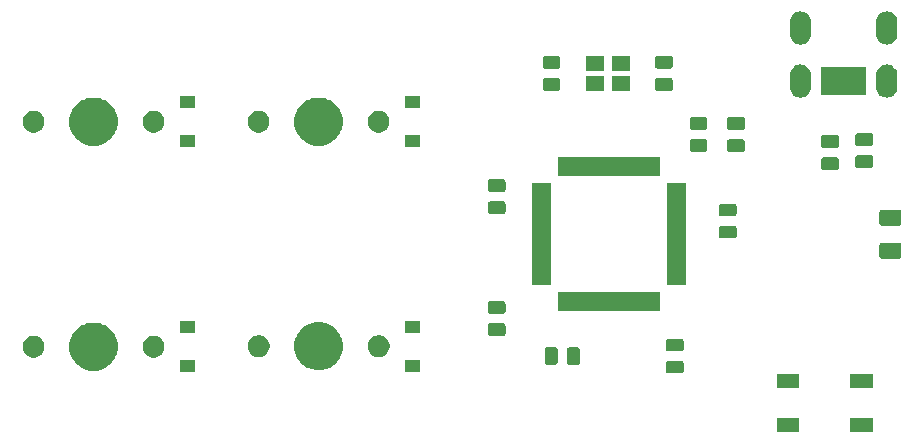
<source format=gts>
G04 #@! TF.GenerationSoftware,KiCad,Pcbnew,(5.1.4)-1*
G04 #@! TF.CreationDate,2022-05-24T18:09:22-07:00*
G04 #@! TF.ProjectId,pcb-keyb-tut,7063622d-6b65-4796-922d-7475742e6b69,rev?*
G04 #@! TF.SameCoordinates,Original*
G04 #@! TF.FileFunction,Soldermask,Top*
G04 #@! TF.FilePolarity,Negative*
%FSLAX46Y46*%
G04 Gerber Fmt 4.6, Leading zero omitted, Abs format (unit mm)*
G04 Created by KiCad (PCBNEW (5.1.4)-1) date 2022-05-24 18:09:22*
%MOMM*%
%LPD*%
G04 APERTURE LIST*
%ADD10C,0.100000*%
G04 APERTURE END LIST*
D10*
G36*
X133432250Y-149294750D02*
G01*
X131530250Y-149294750D01*
X131530250Y-148092750D01*
X133432250Y-148092750D01*
X133432250Y-149294750D01*
X133432250Y-149294750D01*
G37*
G36*
X127232250Y-149294750D02*
G01*
X125330250Y-149294750D01*
X125330250Y-148092750D01*
X127232250Y-148092750D01*
X127232250Y-149294750D01*
X127232250Y-149294750D01*
G37*
G36*
X127232250Y-145594750D02*
G01*
X125330250Y-145594750D01*
X125330250Y-144392750D01*
X127232250Y-144392750D01*
X127232250Y-145594750D01*
X127232250Y-145594750D01*
G37*
G36*
X133432250Y-145594750D02*
G01*
X131530250Y-145594750D01*
X131530250Y-144392750D01*
X133432250Y-144392750D01*
X133432250Y-145594750D01*
X133432250Y-145594750D01*
G37*
G36*
X117265718Y-143278565D02*
G01*
X117304388Y-143290296D01*
X117340027Y-143309346D01*
X117371267Y-143334983D01*
X117396904Y-143366223D01*
X117415954Y-143401862D01*
X117427685Y-143440532D01*
X117432250Y-143486888D01*
X117432250Y-144138112D01*
X117427685Y-144184468D01*
X117415954Y-144223138D01*
X117396904Y-144258777D01*
X117371267Y-144290017D01*
X117340027Y-144315654D01*
X117304388Y-144334704D01*
X117265718Y-144346435D01*
X117219362Y-144351000D01*
X116143138Y-144351000D01*
X116096782Y-144346435D01*
X116058112Y-144334704D01*
X116022473Y-144315654D01*
X115991233Y-144290017D01*
X115965596Y-144258777D01*
X115946546Y-144223138D01*
X115934815Y-144184468D01*
X115930250Y-144138112D01*
X115930250Y-143486888D01*
X115934815Y-143440532D01*
X115946546Y-143401862D01*
X115965596Y-143366223D01*
X115991233Y-143334983D01*
X116022473Y-143309346D01*
X116058112Y-143290296D01*
X116096782Y-143278565D01*
X116143138Y-143274000D01*
X117219362Y-143274000D01*
X117265718Y-143278565D01*
X117265718Y-143278565D01*
G37*
G36*
X76057250Y-144232250D02*
G01*
X74755250Y-144232250D01*
X74755250Y-143230250D01*
X76057250Y-143230250D01*
X76057250Y-144232250D01*
X76057250Y-144232250D01*
G37*
G36*
X95107250Y-144232250D02*
G01*
X93805250Y-144232250D01*
X93805250Y-143230250D01*
X95107250Y-143230250D01*
X95107250Y-144232250D01*
X95107250Y-144232250D01*
G37*
G36*
X68065224Y-140114934D02*
G01*
X68283224Y-140205233D01*
X68437373Y-140269083D01*
X68772298Y-140492873D01*
X69057127Y-140777702D01*
X69280917Y-141112627D01*
X69313312Y-141190836D01*
X69435066Y-141484776D01*
X69513650Y-141879844D01*
X69513650Y-142282656D01*
X69435066Y-142677724D01*
X69384201Y-142800522D01*
X69280917Y-143049873D01*
X69057127Y-143384798D01*
X68772298Y-143669627D01*
X68437373Y-143893417D01*
X68283224Y-143957267D01*
X68065224Y-144047566D01*
X67670156Y-144126150D01*
X67267344Y-144126150D01*
X66872276Y-144047566D01*
X66654276Y-143957267D01*
X66500127Y-143893417D01*
X66165202Y-143669627D01*
X65880373Y-143384798D01*
X65656583Y-143049873D01*
X65553299Y-142800522D01*
X65502434Y-142677724D01*
X65423850Y-142282656D01*
X65423850Y-141879844D01*
X65502434Y-141484776D01*
X65624188Y-141190836D01*
X65656583Y-141112627D01*
X65880373Y-140777702D01*
X66165202Y-140492873D01*
X66500127Y-140269083D01*
X66654276Y-140205233D01*
X66872276Y-140114934D01*
X67267344Y-140036350D01*
X67670156Y-140036350D01*
X68065224Y-140114934D01*
X68065224Y-140114934D01*
G37*
G36*
X87123474Y-140074684D02*
G01*
X87329404Y-140159983D01*
X87495623Y-140228833D01*
X87830548Y-140452623D01*
X88115377Y-140737452D01*
X88339167Y-141072377D01*
X88375339Y-141159704D01*
X88493316Y-141444526D01*
X88571900Y-141839594D01*
X88571900Y-142242406D01*
X88493316Y-142637474D01*
X88425779Y-142800522D01*
X88339167Y-143009623D01*
X88115377Y-143344548D01*
X87830548Y-143629377D01*
X87495623Y-143853167D01*
X87398450Y-143893417D01*
X87123474Y-144007316D01*
X86728406Y-144085900D01*
X86325594Y-144085900D01*
X85930526Y-144007316D01*
X85655550Y-143893417D01*
X85558377Y-143853167D01*
X85223452Y-143629377D01*
X84938623Y-143344548D01*
X84714833Y-143009623D01*
X84628221Y-142800522D01*
X84560684Y-142637474D01*
X84482100Y-142242406D01*
X84482100Y-141839594D01*
X84560684Y-141444526D01*
X84678661Y-141159704D01*
X84714833Y-141072377D01*
X84938623Y-140737452D01*
X85223452Y-140452623D01*
X85558377Y-140228833D01*
X85724596Y-140159983D01*
X85930526Y-140074684D01*
X86325594Y-139996100D01*
X86728406Y-139996100D01*
X87123474Y-140074684D01*
X87123474Y-140074684D01*
G37*
G36*
X106590718Y-142128565D02*
G01*
X106629388Y-142140296D01*
X106665027Y-142159346D01*
X106696267Y-142184983D01*
X106721904Y-142216223D01*
X106740954Y-142251862D01*
X106752685Y-142290532D01*
X106757250Y-142336888D01*
X106757250Y-143413112D01*
X106752685Y-143459468D01*
X106740954Y-143498138D01*
X106721904Y-143533777D01*
X106696267Y-143565017D01*
X106665027Y-143590654D01*
X106629388Y-143609704D01*
X106590718Y-143621435D01*
X106544362Y-143626000D01*
X105893138Y-143626000D01*
X105846782Y-143621435D01*
X105808112Y-143609704D01*
X105772473Y-143590654D01*
X105741233Y-143565017D01*
X105715596Y-143533777D01*
X105696546Y-143498138D01*
X105684815Y-143459468D01*
X105680250Y-143413112D01*
X105680250Y-142336888D01*
X105684815Y-142290532D01*
X105696546Y-142251862D01*
X105715596Y-142216223D01*
X105741233Y-142184983D01*
X105772473Y-142159346D01*
X105808112Y-142140296D01*
X105846782Y-142128565D01*
X105893138Y-142124000D01*
X106544362Y-142124000D01*
X106590718Y-142128565D01*
X106590718Y-142128565D01*
G37*
G36*
X108465718Y-142128565D02*
G01*
X108504388Y-142140296D01*
X108540027Y-142159346D01*
X108571267Y-142184983D01*
X108596904Y-142216223D01*
X108615954Y-142251862D01*
X108627685Y-142290532D01*
X108632250Y-142336888D01*
X108632250Y-143413112D01*
X108627685Y-143459468D01*
X108615954Y-143498138D01*
X108596904Y-143533777D01*
X108571267Y-143565017D01*
X108540027Y-143590654D01*
X108504388Y-143609704D01*
X108465718Y-143621435D01*
X108419362Y-143626000D01*
X107768138Y-143626000D01*
X107721782Y-143621435D01*
X107683112Y-143609704D01*
X107647473Y-143590654D01*
X107616233Y-143565017D01*
X107590596Y-143533777D01*
X107571546Y-143498138D01*
X107559815Y-143459468D01*
X107555250Y-143413112D01*
X107555250Y-142336888D01*
X107559815Y-142290532D01*
X107571546Y-142251862D01*
X107590596Y-142216223D01*
X107616233Y-142184983D01*
X107647473Y-142159346D01*
X107683112Y-142140296D01*
X107721782Y-142128565D01*
X107768138Y-142124000D01*
X108419362Y-142124000D01*
X108465718Y-142128565D01*
X108465718Y-142128565D01*
G37*
G36*
X72818854Y-141190835D02*
G01*
X72987376Y-141260639D01*
X73139041Y-141361978D01*
X73268022Y-141490959D01*
X73369361Y-141642624D01*
X73439165Y-141811146D01*
X73474750Y-141990047D01*
X73474750Y-142172453D01*
X73439165Y-142351354D01*
X73369361Y-142519876D01*
X73268022Y-142671541D01*
X73139041Y-142800522D01*
X72987376Y-142901861D01*
X72818854Y-142971665D01*
X72639953Y-143007250D01*
X72457547Y-143007250D01*
X72278646Y-142971665D01*
X72110124Y-142901861D01*
X71958459Y-142800522D01*
X71829478Y-142671541D01*
X71728139Y-142519876D01*
X71658335Y-142351354D01*
X71622750Y-142172453D01*
X71622750Y-141990047D01*
X71658335Y-141811146D01*
X71728139Y-141642624D01*
X71829478Y-141490959D01*
X71958459Y-141361978D01*
X72110124Y-141260639D01*
X72278646Y-141190835D01*
X72457547Y-141155250D01*
X72639953Y-141155250D01*
X72818854Y-141190835D01*
X72818854Y-141190835D01*
G37*
G36*
X62658854Y-141190835D02*
G01*
X62827376Y-141260639D01*
X62979041Y-141361978D01*
X63108022Y-141490959D01*
X63209361Y-141642624D01*
X63279165Y-141811146D01*
X63314750Y-141990047D01*
X63314750Y-142172453D01*
X63279165Y-142351354D01*
X63209361Y-142519876D01*
X63108022Y-142671541D01*
X62979041Y-142800522D01*
X62827376Y-142901861D01*
X62658854Y-142971665D01*
X62479953Y-143007250D01*
X62297547Y-143007250D01*
X62118646Y-142971665D01*
X61950124Y-142901861D01*
X61798459Y-142800522D01*
X61669478Y-142671541D01*
X61568139Y-142519876D01*
X61498335Y-142351354D01*
X61462750Y-142172453D01*
X61462750Y-141990047D01*
X61498335Y-141811146D01*
X61568139Y-141642624D01*
X61669478Y-141490959D01*
X61798459Y-141361978D01*
X61950124Y-141260639D01*
X62118646Y-141190835D01*
X62297547Y-141155250D01*
X62479953Y-141155250D01*
X62658854Y-141190835D01*
X62658854Y-141190835D01*
G37*
G36*
X91877104Y-141150585D02*
G01*
X92045626Y-141220389D01*
X92197291Y-141321728D01*
X92326272Y-141450709D01*
X92427611Y-141602374D01*
X92497415Y-141770896D01*
X92533000Y-141949797D01*
X92533000Y-142132203D01*
X92497415Y-142311104D01*
X92427611Y-142479626D01*
X92326272Y-142631291D01*
X92197291Y-142760272D01*
X92045626Y-142861611D01*
X91877104Y-142931415D01*
X91698203Y-142967000D01*
X91515797Y-142967000D01*
X91336896Y-142931415D01*
X91168374Y-142861611D01*
X91016709Y-142760272D01*
X90887728Y-142631291D01*
X90786389Y-142479626D01*
X90716585Y-142311104D01*
X90681000Y-142132203D01*
X90681000Y-141949797D01*
X90716585Y-141770896D01*
X90786389Y-141602374D01*
X90887728Y-141450709D01*
X91016709Y-141321728D01*
X91168374Y-141220389D01*
X91336896Y-141150585D01*
X91515797Y-141115000D01*
X91698203Y-141115000D01*
X91877104Y-141150585D01*
X91877104Y-141150585D01*
G37*
G36*
X81717104Y-141150585D02*
G01*
X81885626Y-141220389D01*
X82037291Y-141321728D01*
X82166272Y-141450709D01*
X82267611Y-141602374D01*
X82337415Y-141770896D01*
X82373000Y-141949797D01*
X82373000Y-142132203D01*
X82337415Y-142311104D01*
X82267611Y-142479626D01*
X82166272Y-142631291D01*
X82037291Y-142760272D01*
X81885626Y-142861611D01*
X81717104Y-142931415D01*
X81538203Y-142967000D01*
X81355797Y-142967000D01*
X81176896Y-142931415D01*
X81008374Y-142861611D01*
X80856709Y-142760272D01*
X80727728Y-142631291D01*
X80626389Y-142479626D01*
X80556585Y-142311104D01*
X80521000Y-142132203D01*
X80521000Y-141949797D01*
X80556585Y-141770896D01*
X80626389Y-141602374D01*
X80727728Y-141450709D01*
X80856709Y-141321728D01*
X81008374Y-141220389D01*
X81176896Y-141150585D01*
X81355797Y-141115000D01*
X81538203Y-141115000D01*
X81717104Y-141150585D01*
X81717104Y-141150585D01*
G37*
G36*
X117265718Y-141403565D02*
G01*
X117304388Y-141415296D01*
X117340027Y-141434346D01*
X117371267Y-141459983D01*
X117396904Y-141491223D01*
X117415954Y-141526862D01*
X117427685Y-141565532D01*
X117432250Y-141611888D01*
X117432250Y-142263112D01*
X117427685Y-142309468D01*
X117415954Y-142348138D01*
X117396904Y-142383777D01*
X117371267Y-142415017D01*
X117340027Y-142440654D01*
X117304388Y-142459704D01*
X117265718Y-142471435D01*
X117219362Y-142476000D01*
X116143138Y-142476000D01*
X116096782Y-142471435D01*
X116058112Y-142459704D01*
X116022473Y-142440654D01*
X115991233Y-142415017D01*
X115965596Y-142383777D01*
X115946546Y-142348138D01*
X115934815Y-142309468D01*
X115930250Y-142263112D01*
X115930250Y-141611888D01*
X115934815Y-141565532D01*
X115946546Y-141526862D01*
X115965596Y-141491223D01*
X115991233Y-141459983D01*
X116022473Y-141434346D01*
X116058112Y-141415296D01*
X116096782Y-141403565D01*
X116143138Y-141399000D01*
X117219362Y-141399000D01*
X117265718Y-141403565D01*
X117265718Y-141403565D01*
G37*
G36*
X102184468Y-140103565D02*
G01*
X102223138Y-140115296D01*
X102258777Y-140134346D01*
X102290017Y-140159983D01*
X102315654Y-140191223D01*
X102334704Y-140226862D01*
X102346435Y-140265532D01*
X102351000Y-140311888D01*
X102351000Y-140963112D01*
X102346435Y-141009468D01*
X102334704Y-141048138D01*
X102315654Y-141083777D01*
X102290017Y-141115017D01*
X102258777Y-141140654D01*
X102223138Y-141159704D01*
X102184468Y-141171435D01*
X102138112Y-141176000D01*
X101061888Y-141176000D01*
X101015532Y-141171435D01*
X100976862Y-141159704D01*
X100941223Y-141140654D01*
X100909983Y-141115017D01*
X100884346Y-141083777D01*
X100865296Y-141048138D01*
X100853565Y-141009468D01*
X100849000Y-140963112D01*
X100849000Y-140311888D01*
X100853565Y-140265532D01*
X100865296Y-140226862D01*
X100884346Y-140191223D01*
X100909983Y-140159983D01*
X100941223Y-140134346D01*
X100976862Y-140115296D01*
X101015532Y-140103565D01*
X101061888Y-140099000D01*
X102138112Y-140099000D01*
X102184468Y-140103565D01*
X102184468Y-140103565D01*
G37*
G36*
X76057250Y-140932250D02*
G01*
X74755250Y-140932250D01*
X74755250Y-139930250D01*
X76057250Y-139930250D01*
X76057250Y-140932250D01*
X76057250Y-140932250D01*
G37*
G36*
X95107250Y-140932250D02*
G01*
X93805250Y-140932250D01*
X93805250Y-139930250D01*
X95107250Y-139930250D01*
X95107250Y-140932250D01*
X95107250Y-140932250D01*
G37*
G36*
X102184468Y-138228565D02*
G01*
X102223138Y-138240296D01*
X102258777Y-138259346D01*
X102290017Y-138284983D01*
X102315654Y-138316223D01*
X102334704Y-138351862D01*
X102346435Y-138390532D01*
X102351000Y-138436888D01*
X102351000Y-139088112D01*
X102346435Y-139134468D01*
X102334704Y-139173138D01*
X102315654Y-139208777D01*
X102290017Y-139240017D01*
X102258777Y-139265654D01*
X102223138Y-139284704D01*
X102184468Y-139296435D01*
X102138112Y-139301000D01*
X101061888Y-139301000D01*
X101015532Y-139296435D01*
X100976862Y-139284704D01*
X100941223Y-139265654D01*
X100909983Y-139240017D01*
X100884346Y-139208777D01*
X100865296Y-139173138D01*
X100853565Y-139134468D01*
X100849000Y-139088112D01*
X100849000Y-138436888D01*
X100853565Y-138390532D01*
X100865296Y-138351862D01*
X100884346Y-138316223D01*
X100909983Y-138284983D01*
X100941223Y-138259346D01*
X100976862Y-138240296D01*
X101015532Y-138228565D01*
X101061888Y-138224000D01*
X102138112Y-138224000D01*
X102184468Y-138228565D01*
X102184468Y-138228565D01*
G37*
G36*
X115451000Y-139057250D02*
G01*
X106799000Y-139057250D01*
X106799000Y-137455250D01*
X115451000Y-137455250D01*
X115451000Y-139057250D01*
X115451000Y-139057250D01*
G37*
G36*
X106226000Y-136882250D02*
G01*
X104624000Y-136882250D01*
X104624000Y-128230250D01*
X106226000Y-128230250D01*
X106226000Y-136882250D01*
X106226000Y-136882250D01*
G37*
G36*
X117626000Y-136882250D02*
G01*
X116024000Y-136882250D01*
X116024000Y-128230250D01*
X117626000Y-128230250D01*
X117626000Y-136882250D01*
X117626000Y-136882250D01*
G37*
G36*
X135706104Y-133284597D02*
G01*
X135742644Y-133295682D01*
X135776321Y-133313683D01*
X135805841Y-133337909D01*
X135830067Y-133367429D01*
X135848068Y-133401106D01*
X135859153Y-133437646D01*
X135863500Y-133481788D01*
X135863500Y-134430712D01*
X135859153Y-134474854D01*
X135848068Y-134511394D01*
X135830067Y-134545071D01*
X135805841Y-134574591D01*
X135776321Y-134598817D01*
X135742644Y-134616818D01*
X135706104Y-134627903D01*
X135661962Y-134632250D01*
X134213038Y-134632250D01*
X134168896Y-134627903D01*
X134132356Y-134616818D01*
X134098679Y-134598817D01*
X134069159Y-134574591D01*
X134044933Y-134545071D01*
X134026932Y-134511394D01*
X134015847Y-134474854D01*
X134011500Y-134430712D01*
X134011500Y-133481788D01*
X134015847Y-133437646D01*
X134026932Y-133401106D01*
X134044933Y-133367429D01*
X134069159Y-133337909D01*
X134098679Y-133313683D01*
X134132356Y-133295682D01*
X134168896Y-133284597D01*
X134213038Y-133280250D01*
X135661962Y-133280250D01*
X135706104Y-133284597D01*
X135706104Y-133284597D01*
G37*
G36*
X121742468Y-131848565D02*
G01*
X121781138Y-131860296D01*
X121816777Y-131879346D01*
X121848017Y-131904983D01*
X121873654Y-131936223D01*
X121892704Y-131971862D01*
X121904435Y-132010532D01*
X121909000Y-132056888D01*
X121909000Y-132708112D01*
X121904435Y-132754468D01*
X121892704Y-132793138D01*
X121873654Y-132828777D01*
X121848017Y-132860017D01*
X121816777Y-132885654D01*
X121781138Y-132904704D01*
X121742468Y-132916435D01*
X121696112Y-132921000D01*
X120619888Y-132921000D01*
X120573532Y-132916435D01*
X120534862Y-132904704D01*
X120499223Y-132885654D01*
X120467983Y-132860017D01*
X120442346Y-132828777D01*
X120423296Y-132793138D01*
X120411565Y-132754468D01*
X120407000Y-132708112D01*
X120407000Y-132056888D01*
X120411565Y-132010532D01*
X120423296Y-131971862D01*
X120442346Y-131936223D01*
X120467983Y-131904983D01*
X120499223Y-131879346D01*
X120534862Y-131860296D01*
X120573532Y-131848565D01*
X120619888Y-131844000D01*
X121696112Y-131844000D01*
X121742468Y-131848565D01*
X121742468Y-131848565D01*
G37*
G36*
X135706104Y-130484597D02*
G01*
X135742644Y-130495682D01*
X135776321Y-130513683D01*
X135805841Y-130537909D01*
X135830067Y-130567429D01*
X135848068Y-130601106D01*
X135859153Y-130637646D01*
X135863500Y-130681788D01*
X135863500Y-131630712D01*
X135859153Y-131674854D01*
X135848068Y-131711394D01*
X135830067Y-131745071D01*
X135805841Y-131774591D01*
X135776321Y-131798817D01*
X135742644Y-131816818D01*
X135706104Y-131827903D01*
X135661962Y-131832250D01*
X134213038Y-131832250D01*
X134168896Y-131827903D01*
X134132356Y-131816818D01*
X134098679Y-131798817D01*
X134069159Y-131774591D01*
X134044933Y-131745071D01*
X134026932Y-131711394D01*
X134015847Y-131674854D01*
X134011500Y-131630712D01*
X134011500Y-130681788D01*
X134015847Y-130637646D01*
X134026932Y-130601106D01*
X134044933Y-130567429D01*
X134069159Y-130537909D01*
X134098679Y-130513683D01*
X134132356Y-130495682D01*
X134168896Y-130484597D01*
X134213038Y-130480250D01*
X135661962Y-130480250D01*
X135706104Y-130484597D01*
X135706104Y-130484597D01*
G37*
G36*
X121742468Y-129973565D02*
G01*
X121781138Y-129985296D01*
X121816777Y-130004346D01*
X121848017Y-130029983D01*
X121873654Y-130061223D01*
X121892704Y-130096862D01*
X121904435Y-130135532D01*
X121909000Y-130181888D01*
X121909000Y-130833112D01*
X121904435Y-130879468D01*
X121892704Y-130918138D01*
X121873654Y-130953777D01*
X121848017Y-130985017D01*
X121816777Y-131010654D01*
X121781138Y-131029704D01*
X121742468Y-131041435D01*
X121696112Y-131046000D01*
X120619888Y-131046000D01*
X120573532Y-131041435D01*
X120534862Y-131029704D01*
X120499223Y-131010654D01*
X120467983Y-130985017D01*
X120442346Y-130953777D01*
X120423296Y-130918138D01*
X120411565Y-130879468D01*
X120407000Y-130833112D01*
X120407000Y-130181888D01*
X120411565Y-130135532D01*
X120423296Y-130096862D01*
X120442346Y-130061223D01*
X120467983Y-130029983D01*
X120499223Y-130004346D01*
X120534862Y-129985296D01*
X120573532Y-129973565D01*
X120619888Y-129969000D01*
X121696112Y-129969000D01*
X121742468Y-129973565D01*
X121742468Y-129973565D01*
G37*
G36*
X102184468Y-129784815D02*
G01*
X102223138Y-129796546D01*
X102258777Y-129815596D01*
X102290017Y-129841233D01*
X102315654Y-129872473D01*
X102334704Y-129908112D01*
X102346435Y-129946782D01*
X102351000Y-129993138D01*
X102351000Y-130644362D01*
X102346435Y-130690718D01*
X102334704Y-130729388D01*
X102315654Y-130765027D01*
X102290017Y-130796267D01*
X102258777Y-130821904D01*
X102223138Y-130840954D01*
X102184468Y-130852685D01*
X102138112Y-130857250D01*
X101061888Y-130857250D01*
X101015532Y-130852685D01*
X100976862Y-130840954D01*
X100941223Y-130821904D01*
X100909983Y-130796267D01*
X100884346Y-130765027D01*
X100865296Y-130729388D01*
X100853565Y-130690718D01*
X100849000Y-130644362D01*
X100849000Y-129993138D01*
X100853565Y-129946782D01*
X100865296Y-129908112D01*
X100884346Y-129872473D01*
X100909983Y-129841233D01*
X100941223Y-129815596D01*
X100976862Y-129796546D01*
X101015532Y-129784815D01*
X101061888Y-129780250D01*
X102138112Y-129780250D01*
X102184468Y-129784815D01*
X102184468Y-129784815D01*
G37*
G36*
X102184468Y-127909815D02*
G01*
X102223138Y-127921546D01*
X102258777Y-127940596D01*
X102290017Y-127966233D01*
X102315654Y-127997473D01*
X102334704Y-128033112D01*
X102346435Y-128071782D01*
X102351000Y-128118138D01*
X102351000Y-128769362D01*
X102346435Y-128815718D01*
X102334704Y-128854388D01*
X102315654Y-128890027D01*
X102290017Y-128921267D01*
X102258777Y-128946904D01*
X102223138Y-128965954D01*
X102184468Y-128977685D01*
X102138112Y-128982250D01*
X101061888Y-128982250D01*
X101015532Y-128977685D01*
X100976862Y-128965954D01*
X100941223Y-128946904D01*
X100909983Y-128921267D01*
X100884346Y-128890027D01*
X100865296Y-128854388D01*
X100853565Y-128815718D01*
X100849000Y-128769362D01*
X100849000Y-128118138D01*
X100853565Y-128071782D01*
X100865296Y-128033112D01*
X100884346Y-127997473D01*
X100909983Y-127966233D01*
X100941223Y-127940596D01*
X100976862Y-127921546D01*
X101015532Y-127909815D01*
X101061888Y-127905250D01*
X102138112Y-127905250D01*
X102184468Y-127909815D01*
X102184468Y-127909815D01*
G37*
G36*
X115451000Y-127657250D02*
G01*
X106799000Y-127657250D01*
X106799000Y-126055250D01*
X115451000Y-126055250D01*
X115451000Y-127657250D01*
X115451000Y-127657250D01*
G37*
G36*
X130410218Y-126038315D02*
G01*
X130448888Y-126050046D01*
X130484527Y-126069096D01*
X130515767Y-126094733D01*
X130541404Y-126125973D01*
X130560454Y-126161612D01*
X130572185Y-126200282D01*
X130576750Y-126246638D01*
X130576750Y-126897862D01*
X130572185Y-126944218D01*
X130560454Y-126982888D01*
X130541404Y-127018527D01*
X130515767Y-127049767D01*
X130484527Y-127075404D01*
X130448888Y-127094454D01*
X130410218Y-127106185D01*
X130363862Y-127110750D01*
X129287638Y-127110750D01*
X129241282Y-127106185D01*
X129202612Y-127094454D01*
X129166973Y-127075404D01*
X129135733Y-127049767D01*
X129110096Y-127018527D01*
X129091046Y-126982888D01*
X129079315Y-126944218D01*
X129074750Y-126897862D01*
X129074750Y-126246638D01*
X129079315Y-126200282D01*
X129091046Y-126161612D01*
X129110096Y-126125973D01*
X129135733Y-126094733D01*
X129166973Y-126069096D01*
X129202612Y-126050046D01*
X129241282Y-126038315D01*
X129287638Y-126033750D01*
X130363862Y-126033750D01*
X130410218Y-126038315D01*
X130410218Y-126038315D01*
G37*
G36*
X133299468Y-125879565D02*
G01*
X133338138Y-125891296D01*
X133373777Y-125910346D01*
X133405017Y-125935983D01*
X133430654Y-125967223D01*
X133449704Y-126002862D01*
X133461435Y-126041532D01*
X133466000Y-126087888D01*
X133466000Y-126739112D01*
X133461435Y-126785468D01*
X133449704Y-126824138D01*
X133430654Y-126859777D01*
X133405017Y-126891017D01*
X133373777Y-126916654D01*
X133338138Y-126935704D01*
X133299468Y-126947435D01*
X133253112Y-126952000D01*
X132176888Y-126952000D01*
X132130532Y-126947435D01*
X132091862Y-126935704D01*
X132056223Y-126916654D01*
X132024983Y-126891017D01*
X131999346Y-126859777D01*
X131980296Y-126824138D01*
X131968565Y-126785468D01*
X131964000Y-126739112D01*
X131964000Y-126087888D01*
X131968565Y-126041532D01*
X131980296Y-126002862D01*
X131999346Y-125967223D01*
X132024983Y-125935983D01*
X132056223Y-125910346D01*
X132091862Y-125891296D01*
X132130532Y-125879565D01*
X132176888Y-125875000D01*
X133253112Y-125875000D01*
X133299468Y-125879565D01*
X133299468Y-125879565D01*
G37*
G36*
X122440968Y-124514315D02*
G01*
X122479638Y-124526046D01*
X122515277Y-124545096D01*
X122546517Y-124570733D01*
X122572154Y-124601973D01*
X122591204Y-124637612D01*
X122602935Y-124676282D01*
X122607500Y-124722638D01*
X122607500Y-125373862D01*
X122602935Y-125420218D01*
X122591204Y-125458888D01*
X122572154Y-125494527D01*
X122546517Y-125525767D01*
X122515277Y-125551404D01*
X122479638Y-125570454D01*
X122440968Y-125582185D01*
X122394612Y-125586750D01*
X121318388Y-125586750D01*
X121272032Y-125582185D01*
X121233362Y-125570454D01*
X121197723Y-125551404D01*
X121166483Y-125525767D01*
X121140846Y-125494527D01*
X121121796Y-125458888D01*
X121110065Y-125420218D01*
X121105500Y-125373862D01*
X121105500Y-124722638D01*
X121110065Y-124676282D01*
X121121796Y-124637612D01*
X121140846Y-124601973D01*
X121166483Y-124570733D01*
X121197723Y-124545096D01*
X121233362Y-124526046D01*
X121272032Y-124514315D01*
X121318388Y-124509750D01*
X122394612Y-124509750D01*
X122440968Y-124514315D01*
X122440968Y-124514315D01*
G37*
G36*
X119265968Y-124514315D02*
G01*
X119304638Y-124526046D01*
X119340277Y-124545096D01*
X119371517Y-124570733D01*
X119397154Y-124601973D01*
X119416204Y-124637612D01*
X119427935Y-124676282D01*
X119432500Y-124722638D01*
X119432500Y-125373862D01*
X119427935Y-125420218D01*
X119416204Y-125458888D01*
X119397154Y-125494527D01*
X119371517Y-125525767D01*
X119340277Y-125551404D01*
X119304638Y-125570454D01*
X119265968Y-125582185D01*
X119219612Y-125586750D01*
X118143388Y-125586750D01*
X118097032Y-125582185D01*
X118058362Y-125570454D01*
X118022723Y-125551404D01*
X117991483Y-125525767D01*
X117965846Y-125494527D01*
X117946796Y-125458888D01*
X117935065Y-125420218D01*
X117930500Y-125373862D01*
X117930500Y-124722638D01*
X117935065Y-124676282D01*
X117946796Y-124637612D01*
X117965846Y-124601973D01*
X117991483Y-124570733D01*
X118022723Y-124545096D01*
X118058362Y-124526046D01*
X118097032Y-124514315D01*
X118143388Y-124509750D01*
X119219612Y-124509750D01*
X119265968Y-124514315D01*
X119265968Y-124514315D01*
G37*
G36*
X130410218Y-124163315D02*
G01*
X130448888Y-124175046D01*
X130484527Y-124194096D01*
X130515767Y-124219733D01*
X130541404Y-124250973D01*
X130560454Y-124286612D01*
X130572185Y-124325282D01*
X130576750Y-124371638D01*
X130576750Y-125022862D01*
X130572185Y-125069218D01*
X130560454Y-125107888D01*
X130541404Y-125143527D01*
X130515767Y-125174767D01*
X130484527Y-125200404D01*
X130448888Y-125219454D01*
X130410218Y-125231185D01*
X130363862Y-125235750D01*
X129287638Y-125235750D01*
X129241282Y-125231185D01*
X129202612Y-125219454D01*
X129166973Y-125200404D01*
X129135733Y-125174767D01*
X129110096Y-125143527D01*
X129091046Y-125107888D01*
X129079315Y-125069218D01*
X129074750Y-125022862D01*
X129074750Y-124371638D01*
X129079315Y-124325282D01*
X129091046Y-124286612D01*
X129110096Y-124250973D01*
X129135733Y-124219733D01*
X129166973Y-124194096D01*
X129202612Y-124175046D01*
X129241282Y-124163315D01*
X129287638Y-124158750D01*
X130363862Y-124158750D01*
X130410218Y-124163315D01*
X130410218Y-124163315D01*
G37*
G36*
X95107250Y-125182250D02*
G01*
X93805250Y-125182250D01*
X93805250Y-124180250D01*
X95107250Y-124180250D01*
X95107250Y-125182250D01*
X95107250Y-125182250D01*
G37*
G36*
X76057250Y-125182250D02*
G01*
X74755250Y-125182250D01*
X74755250Y-124180250D01*
X76057250Y-124180250D01*
X76057250Y-125182250D01*
X76057250Y-125182250D01*
G37*
G36*
X133299468Y-124004565D02*
G01*
X133338138Y-124016296D01*
X133373777Y-124035346D01*
X133405017Y-124060983D01*
X133430654Y-124092223D01*
X133449704Y-124127862D01*
X133461435Y-124166532D01*
X133466000Y-124212888D01*
X133466000Y-124864112D01*
X133461435Y-124910468D01*
X133449704Y-124949138D01*
X133430654Y-124984777D01*
X133405017Y-125016017D01*
X133373777Y-125041654D01*
X133338138Y-125060704D01*
X133299468Y-125072435D01*
X133253112Y-125077000D01*
X132176888Y-125077000D01*
X132130532Y-125072435D01*
X132091862Y-125060704D01*
X132056223Y-125041654D01*
X132024983Y-125016017D01*
X131999346Y-124984777D01*
X131980296Y-124949138D01*
X131968565Y-124910468D01*
X131964000Y-124864112D01*
X131964000Y-124212888D01*
X131968565Y-124166532D01*
X131980296Y-124127862D01*
X131999346Y-124092223D01*
X132024983Y-124060983D01*
X132056223Y-124035346D01*
X132091862Y-124016296D01*
X132130532Y-124004565D01*
X132176888Y-124000000D01*
X133253112Y-124000000D01*
X133299468Y-124004565D01*
X133299468Y-124004565D01*
G37*
G36*
X87115224Y-121064934D02*
G01*
X87333224Y-121155233D01*
X87487373Y-121219083D01*
X87822298Y-121442873D01*
X88107127Y-121727702D01*
X88330917Y-122062627D01*
X88363312Y-122140836D01*
X88485066Y-122434776D01*
X88563650Y-122829844D01*
X88563650Y-123232656D01*
X88485066Y-123627724D01*
X88434201Y-123750522D01*
X88330917Y-123999873D01*
X88107127Y-124334798D01*
X87822298Y-124619627D01*
X87487373Y-124843417D01*
X87333224Y-124907267D01*
X87115224Y-124997566D01*
X86720156Y-125076150D01*
X86317344Y-125076150D01*
X85922276Y-124997566D01*
X85704276Y-124907267D01*
X85550127Y-124843417D01*
X85215202Y-124619627D01*
X84930373Y-124334798D01*
X84706583Y-123999873D01*
X84603299Y-123750522D01*
X84552434Y-123627724D01*
X84473850Y-123232656D01*
X84473850Y-122829844D01*
X84552434Y-122434776D01*
X84674188Y-122140836D01*
X84706583Y-122062627D01*
X84930373Y-121727702D01*
X85215202Y-121442873D01*
X85550127Y-121219083D01*
X85704276Y-121155233D01*
X85922276Y-121064934D01*
X86317344Y-120986350D01*
X86720156Y-120986350D01*
X87115224Y-121064934D01*
X87115224Y-121064934D01*
G37*
G36*
X68065224Y-121064934D02*
G01*
X68283224Y-121155233D01*
X68437373Y-121219083D01*
X68772298Y-121442873D01*
X69057127Y-121727702D01*
X69280917Y-122062627D01*
X69313312Y-122140836D01*
X69435066Y-122434776D01*
X69513650Y-122829844D01*
X69513650Y-123232656D01*
X69435066Y-123627724D01*
X69384201Y-123750522D01*
X69280917Y-123999873D01*
X69057127Y-124334798D01*
X68772298Y-124619627D01*
X68437373Y-124843417D01*
X68283224Y-124907267D01*
X68065224Y-124997566D01*
X67670156Y-125076150D01*
X67267344Y-125076150D01*
X66872276Y-124997566D01*
X66654276Y-124907267D01*
X66500127Y-124843417D01*
X66165202Y-124619627D01*
X65880373Y-124334798D01*
X65656583Y-123999873D01*
X65553299Y-123750522D01*
X65502434Y-123627724D01*
X65423850Y-123232656D01*
X65423850Y-122829844D01*
X65502434Y-122434776D01*
X65624188Y-122140836D01*
X65656583Y-122062627D01*
X65880373Y-121727702D01*
X66165202Y-121442873D01*
X66500127Y-121219083D01*
X66654276Y-121155233D01*
X66872276Y-121064934D01*
X67267344Y-120986350D01*
X67670156Y-120986350D01*
X68065224Y-121064934D01*
X68065224Y-121064934D01*
G37*
G36*
X72818854Y-122140835D02*
G01*
X72987376Y-122210639D01*
X73139041Y-122311978D01*
X73268022Y-122440959D01*
X73369361Y-122592624D01*
X73439165Y-122761146D01*
X73474750Y-122940047D01*
X73474750Y-123122453D01*
X73439165Y-123301354D01*
X73369361Y-123469876D01*
X73268022Y-123621541D01*
X73139041Y-123750522D01*
X72987376Y-123851861D01*
X72818854Y-123921665D01*
X72639953Y-123957250D01*
X72457547Y-123957250D01*
X72278646Y-123921665D01*
X72110124Y-123851861D01*
X71958459Y-123750522D01*
X71829478Y-123621541D01*
X71728139Y-123469876D01*
X71658335Y-123301354D01*
X71622750Y-123122453D01*
X71622750Y-122940047D01*
X71658335Y-122761146D01*
X71728139Y-122592624D01*
X71829478Y-122440959D01*
X71958459Y-122311978D01*
X72110124Y-122210639D01*
X72278646Y-122140835D01*
X72457547Y-122105250D01*
X72639953Y-122105250D01*
X72818854Y-122140835D01*
X72818854Y-122140835D01*
G37*
G36*
X62658854Y-122140835D02*
G01*
X62827376Y-122210639D01*
X62979041Y-122311978D01*
X63108022Y-122440959D01*
X63209361Y-122592624D01*
X63279165Y-122761146D01*
X63314750Y-122940047D01*
X63314750Y-123122453D01*
X63279165Y-123301354D01*
X63209361Y-123469876D01*
X63108022Y-123621541D01*
X62979041Y-123750522D01*
X62827376Y-123851861D01*
X62658854Y-123921665D01*
X62479953Y-123957250D01*
X62297547Y-123957250D01*
X62118646Y-123921665D01*
X61950124Y-123851861D01*
X61798459Y-123750522D01*
X61669478Y-123621541D01*
X61568139Y-123469876D01*
X61498335Y-123301354D01*
X61462750Y-123122453D01*
X61462750Y-122940047D01*
X61498335Y-122761146D01*
X61568139Y-122592624D01*
X61669478Y-122440959D01*
X61798459Y-122311978D01*
X61950124Y-122210639D01*
X62118646Y-122140835D01*
X62297547Y-122105250D01*
X62479953Y-122105250D01*
X62658854Y-122140835D01*
X62658854Y-122140835D01*
G37*
G36*
X81708854Y-122140835D02*
G01*
X81877376Y-122210639D01*
X82029041Y-122311978D01*
X82158022Y-122440959D01*
X82259361Y-122592624D01*
X82329165Y-122761146D01*
X82364750Y-122940047D01*
X82364750Y-123122453D01*
X82329165Y-123301354D01*
X82259361Y-123469876D01*
X82158022Y-123621541D01*
X82029041Y-123750522D01*
X81877376Y-123851861D01*
X81708854Y-123921665D01*
X81529953Y-123957250D01*
X81347547Y-123957250D01*
X81168646Y-123921665D01*
X81000124Y-123851861D01*
X80848459Y-123750522D01*
X80719478Y-123621541D01*
X80618139Y-123469876D01*
X80548335Y-123301354D01*
X80512750Y-123122453D01*
X80512750Y-122940047D01*
X80548335Y-122761146D01*
X80618139Y-122592624D01*
X80719478Y-122440959D01*
X80848459Y-122311978D01*
X81000124Y-122210639D01*
X81168646Y-122140835D01*
X81347547Y-122105250D01*
X81529953Y-122105250D01*
X81708854Y-122140835D01*
X81708854Y-122140835D01*
G37*
G36*
X91868854Y-122140835D02*
G01*
X92037376Y-122210639D01*
X92189041Y-122311978D01*
X92318022Y-122440959D01*
X92419361Y-122592624D01*
X92489165Y-122761146D01*
X92524750Y-122940047D01*
X92524750Y-123122453D01*
X92489165Y-123301354D01*
X92419361Y-123469876D01*
X92318022Y-123621541D01*
X92189041Y-123750522D01*
X92037376Y-123851861D01*
X91868854Y-123921665D01*
X91689953Y-123957250D01*
X91507547Y-123957250D01*
X91328646Y-123921665D01*
X91160124Y-123851861D01*
X91008459Y-123750522D01*
X90879478Y-123621541D01*
X90778139Y-123469876D01*
X90708335Y-123301354D01*
X90672750Y-123122453D01*
X90672750Y-122940047D01*
X90708335Y-122761146D01*
X90778139Y-122592624D01*
X90879478Y-122440959D01*
X91008459Y-122311978D01*
X91160124Y-122210639D01*
X91328646Y-122140835D01*
X91507547Y-122105250D01*
X91689953Y-122105250D01*
X91868854Y-122140835D01*
X91868854Y-122140835D01*
G37*
G36*
X122440968Y-122639315D02*
G01*
X122479638Y-122651046D01*
X122515277Y-122670096D01*
X122546517Y-122695733D01*
X122572154Y-122726973D01*
X122591204Y-122762612D01*
X122602935Y-122801282D01*
X122607500Y-122847638D01*
X122607500Y-123498862D01*
X122602935Y-123545218D01*
X122591204Y-123583888D01*
X122572154Y-123619527D01*
X122546517Y-123650767D01*
X122515277Y-123676404D01*
X122479638Y-123695454D01*
X122440968Y-123707185D01*
X122394612Y-123711750D01*
X121318388Y-123711750D01*
X121272032Y-123707185D01*
X121233362Y-123695454D01*
X121197723Y-123676404D01*
X121166483Y-123650767D01*
X121140846Y-123619527D01*
X121121796Y-123583888D01*
X121110065Y-123545218D01*
X121105500Y-123498862D01*
X121105500Y-122847638D01*
X121110065Y-122801282D01*
X121121796Y-122762612D01*
X121140846Y-122726973D01*
X121166483Y-122695733D01*
X121197723Y-122670096D01*
X121233362Y-122651046D01*
X121272032Y-122639315D01*
X121318388Y-122634750D01*
X122394612Y-122634750D01*
X122440968Y-122639315D01*
X122440968Y-122639315D01*
G37*
G36*
X119265968Y-122639315D02*
G01*
X119304638Y-122651046D01*
X119340277Y-122670096D01*
X119371517Y-122695733D01*
X119397154Y-122726973D01*
X119416204Y-122762612D01*
X119427935Y-122801282D01*
X119432500Y-122847638D01*
X119432500Y-123498862D01*
X119427935Y-123545218D01*
X119416204Y-123583888D01*
X119397154Y-123619527D01*
X119371517Y-123650767D01*
X119340277Y-123676404D01*
X119304638Y-123695454D01*
X119265968Y-123707185D01*
X119219612Y-123711750D01*
X118143388Y-123711750D01*
X118097032Y-123707185D01*
X118058362Y-123695454D01*
X118022723Y-123676404D01*
X117991483Y-123650767D01*
X117965846Y-123619527D01*
X117946796Y-123583888D01*
X117935065Y-123545218D01*
X117930500Y-123498862D01*
X117930500Y-122847638D01*
X117935065Y-122801282D01*
X117946796Y-122762612D01*
X117965846Y-122726973D01*
X117991483Y-122695733D01*
X118022723Y-122670096D01*
X118058362Y-122651046D01*
X118097032Y-122639315D01*
X118143388Y-122634750D01*
X119219612Y-122634750D01*
X119265968Y-122639315D01*
X119265968Y-122639315D01*
G37*
G36*
X76057250Y-121882250D02*
G01*
X74755250Y-121882250D01*
X74755250Y-120880250D01*
X76057250Y-120880250D01*
X76057250Y-121882250D01*
X76057250Y-121882250D01*
G37*
G36*
X95107250Y-121882250D02*
G01*
X93805250Y-121882250D01*
X93805250Y-120880250D01*
X95107250Y-120880250D01*
X95107250Y-121882250D01*
X95107250Y-121882250D01*
G37*
G36*
X134795377Y-118205787D02*
G01*
X134965216Y-118257307D01*
X135121741Y-118340972D01*
X135157072Y-118369968D01*
X135258936Y-118453564D01*
X135342198Y-118555021D01*
X135371528Y-118590759D01*
X135455193Y-118747284D01*
X135506713Y-118917123D01*
X135519750Y-119049492D01*
X135519750Y-120138008D01*
X135506713Y-120270377D01*
X135455193Y-120440216D01*
X135371528Y-120596741D01*
X135342198Y-120632479D01*
X135258936Y-120733936D01*
X135121739Y-120846529D01*
X134965217Y-120930192D01*
X134965215Y-120930193D01*
X134795376Y-120981713D01*
X134618750Y-120999109D01*
X134442123Y-120981713D01*
X134272284Y-120930193D01*
X134115759Y-120846528D01*
X134080021Y-120817198D01*
X133978564Y-120733936D01*
X133865971Y-120596739D01*
X133782308Y-120440217D01*
X133781180Y-120436500D01*
X133730787Y-120270376D01*
X133717750Y-120138007D01*
X133717751Y-119049492D01*
X133730788Y-118917123D01*
X133782308Y-118747284D01*
X133865973Y-118590759D01*
X133895303Y-118555021D01*
X133978565Y-118453564D01*
X134080429Y-118369968D01*
X134115760Y-118340972D01*
X134272285Y-118257307D01*
X134442124Y-118205787D01*
X134618750Y-118188391D01*
X134795377Y-118205787D01*
X134795377Y-118205787D01*
G37*
G36*
X127495377Y-118205787D02*
G01*
X127665216Y-118257307D01*
X127821741Y-118340972D01*
X127857072Y-118369968D01*
X127958936Y-118453564D01*
X128042198Y-118555021D01*
X128071528Y-118590759D01*
X128155193Y-118747284D01*
X128206713Y-118917123D01*
X128219750Y-119049492D01*
X128219750Y-120138008D01*
X128206713Y-120270377D01*
X128155193Y-120440216D01*
X128071528Y-120596741D01*
X128042198Y-120632479D01*
X127958936Y-120733936D01*
X127821739Y-120846529D01*
X127665217Y-120930192D01*
X127665215Y-120930193D01*
X127495376Y-120981713D01*
X127318750Y-120999109D01*
X127142123Y-120981713D01*
X126972284Y-120930193D01*
X126815759Y-120846528D01*
X126780021Y-120817198D01*
X126678564Y-120733936D01*
X126565971Y-120596739D01*
X126482308Y-120440217D01*
X126481180Y-120436500D01*
X126430787Y-120270376D01*
X126417750Y-120138007D01*
X126417751Y-119049492D01*
X126430788Y-118917123D01*
X126482308Y-118747284D01*
X126565973Y-118590759D01*
X126595303Y-118555021D01*
X126678565Y-118453564D01*
X126780429Y-118369968D01*
X126815760Y-118340972D01*
X126972285Y-118257307D01*
X127142124Y-118205787D01*
X127318750Y-118188391D01*
X127495377Y-118205787D01*
X127495377Y-118205787D01*
G37*
G36*
X132869750Y-120769750D02*
G01*
X129067750Y-120769750D01*
X129067750Y-118417750D01*
X132869750Y-118417750D01*
X132869750Y-120769750D01*
X132869750Y-120769750D01*
G37*
G36*
X110649000Y-120436500D02*
G01*
X109147000Y-120436500D01*
X109147000Y-119134500D01*
X110649000Y-119134500D01*
X110649000Y-120436500D01*
X110649000Y-120436500D01*
G37*
G36*
X112849000Y-120436500D02*
G01*
X111347000Y-120436500D01*
X111347000Y-119134500D01*
X112849000Y-119134500D01*
X112849000Y-120436500D01*
X112849000Y-120436500D01*
G37*
G36*
X116344968Y-119339065D02*
G01*
X116383638Y-119350796D01*
X116419277Y-119369846D01*
X116450517Y-119395483D01*
X116476154Y-119426723D01*
X116495204Y-119462362D01*
X116506935Y-119501032D01*
X116511500Y-119547388D01*
X116511500Y-120198612D01*
X116506935Y-120244968D01*
X116495204Y-120283638D01*
X116476154Y-120319277D01*
X116450517Y-120350517D01*
X116419277Y-120376154D01*
X116383638Y-120395204D01*
X116344968Y-120406935D01*
X116298612Y-120411500D01*
X115222388Y-120411500D01*
X115176032Y-120406935D01*
X115137362Y-120395204D01*
X115101723Y-120376154D01*
X115070483Y-120350517D01*
X115044846Y-120319277D01*
X115025796Y-120283638D01*
X115014065Y-120244968D01*
X115009500Y-120198612D01*
X115009500Y-119547388D01*
X115014065Y-119501032D01*
X115025796Y-119462362D01*
X115044846Y-119426723D01*
X115070483Y-119395483D01*
X115101723Y-119369846D01*
X115137362Y-119350796D01*
X115176032Y-119339065D01*
X115222388Y-119334500D01*
X116298612Y-119334500D01*
X116344968Y-119339065D01*
X116344968Y-119339065D01*
G37*
G36*
X106819968Y-119339065D02*
G01*
X106858638Y-119350796D01*
X106894277Y-119369846D01*
X106925517Y-119395483D01*
X106951154Y-119426723D01*
X106970204Y-119462362D01*
X106981935Y-119501032D01*
X106986500Y-119547388D01*
X106986500Y-120198612D01*
X106981935Y-120244968D01*
X106970204Y-120283638D01*
X106951154Y-120319277D01*
X106925517Y-120350517D01*
X106894277Y-120376154D01*
X106858638Y-120395204D01*
X106819968Y-120406935D01*
X106773612Y-120411500D01*
X105697388Y-120411500D01*
X105651032Y-120406935D01*
X105612362Y-120395204D01*
X105576723Y-120376154D01*
X105545483Y-120350517D01*
X105519846Y-120319277D01*
X105500796Y-120283638D01*
X105489065Y-120244968D01*
X105484500Y-120198612D01*
X105484500Y-119547388D01*
X105489065Y-119501032D01*
X105500796Y-119462362D01*
X105519846Y-119426723D01*
X105545483Y-119395483D01*
X105576723Y-119369846D01*
X105612362Y-119350796D01*
X105651032Y-119339065D01*
X105697388Y-119334500D01*
X106773612Y-119334500D01*
X106819968Y-119339065D01*
X106819968Y-119339065D01*
G37*
G36*
X112849000Y-118736500D02*
G01*
X111347000Y-118736500D01*
X111347000Y-117434500D01*
X112849000Y-117434500D01*
X112849000Y-118736500D01*
X112849000Y-118736500D01*
G37*
G36*
X110649000Y-118736500D02*
G01*
X109147000Y-118736500D01*
X109147000Y-117434500D01*
X110649000Y-117434500D01*
X110649000Y-118736500D01*
X110649000Y-118736500D01*
G37*
G36*
X106819968Y-117464065D02*
G01*
X106858638Y-117475796D01*
X106894277Y-117494846D01*
X106925517Y-117520483D01*
X106951154Y-117551723D01*
X106970204Y-117587362D01*
X106981935Y-117626032D01*
X106986500Y-117672388D01*
X106986500Y-118323612D01*
X106981935Y-118369968D01*
X106970204Y-118408638D01*
X106951154Y-118444277D01*
X106925517Y-118475517D01*
X106894277Y-118501154D01*
X106858638Y-118520204D01*
X106819968Y-118531935D01*
X106773612Y-118536500D01*
X105697388Y-118536500D01*
X105651032Y-118531935D01*
X105612362Y-118520204D01*
X105576723Y-118501154D01*
X105545483Y-118475517D01*
X105519846Y-118444277D01*
X105500796Y-118408638D01*
X105489065Y-118369968D01*
X105484500Y-118323612D01*
X105484500Y-117672388D01*
X105489065Y-117626032D01*
X105500796Y-117587362D01*
X105519846Y-117551723D01*
X105545483Y-117520483D01*
X105576723Y-117494846D01*
X105612362Y-117475796D01*
X105651032Y-117464065D01*
X105697388Y-117459500D01*
X106773612Y-117459500D01*
X106819968Y-117464065D01*
X106819968Y-117464065D01*
G37*
G36*
X116344968Y-117464065D02*
G01*
X116383638Y-117475796D01*
X116419277Y-117494846D01*
X116450517Y-117520483D01*
X116476154Y-117551723D01*
X116495204Y-117587362D01*
X116506935Y-117626032D01*
X116511500Y-117672388D01*
X116511500Y-118323612D01*
X116506935Y-118369968D01*
X116495204Y-118408638D01*
X116476154Y-118444277D01*
X116450517Y-118475517D01*
X116419277Y-118501154D01*
X116383638Y-118520204D01*
X116344968Y-118531935D01*
X116298612Y-118536500D01*
X115222388Y-118536500D01*
X115176032Y-118531935D01*
X115137362Y-118520204D01*
X115101723Y-118501154D01*
X115070483Y-118475517D01*
X115044846Y-118444277D01*
X115025796Y-118408638D01*
X115014065Y-118369968D01*
X115009500Y-118323612D01*
X115009500Y-117672388D01*
X115014065Y-117626032D01*
X115025796Y-117587362D01*
X115044846Y-117551723D01*
X115070483Y-117520483D01*
X115101723Y-117494846D01*
X115137362Y-117475796D01*
X115176032Y-117464065D01*
X115222388Y-117459500D01*
X116298612Y-117459500D01*
X116344968Y-117464065D01*
X116344968Y-117464065D01*
G37*
G36*
X127495377Y-113705787D02*
G01*
X127665216Y-113757307D01*
X127821741Y-113840972D01*
X127857479Y-113870302D01*
X127958936Y-113953564D01*
X128042198Y-114055021D01*
X128071528Y-114090759D01*
X128155193Y-114247284D01*
X128206713Y-114417123D01*
X128219750Y-114549492D01*
X128219750Y-115638008D01*
X128206713Y-115770377D01*
X128155193Y-115940216D01*
X128071528Y-116096741D01*
X128042198Y-116132479D01*
X127958936Y-116233936D01*
X127821739Y-116346529D01*
X127665217Y-116430192D01*
X127665215Y-116430193D01*
X127495376Y-116481713D01*
X127318750Y-116499109D01*
X127142123Y-116481713D01*
X126972284Y-116430193D01*
X126815759Y-116346528D01*
X126780021Y-116317198D01*
X126678564Y-116233936D01*
X126565971Y-116096739D01*
X126482308Y-115940217D01*
X126482307Y-115940215D01*
X126430787Y-115770376D01*
X126417750Y-115638007D01*
X126417751Y-114549492D01*
X126430788Y-114417123D01*
X126482308Y-114247284D01*
X126565973Y-114090759D01*
X126595303Y-114055021D01*
X126678565Y-113953564D01*
X126780022Y-113870302D01*
X126815760Y-113840972D01*
X126972285Y-113757307D01*
X127142124Y-113705787D01*
X127318750Y-113688391D01*
X127495377Y-113705787D01*
X127495377Y-113705787D01*
G37*
G36*
X134795377Y-113705787D02*
G01*
X134965216Y-113757307D01*
X135121741Y-113840972D01*
X135157479Y-113870302D01*
X135258936Y-113953564D01*
X135342198Y-114055021D01*
X135371528Y-114090759D01*
X135455193Y-114247284D01*
X135506713Y-114417123D01*
X135519750Y-114549492D01*
X135519750Y-115638008D01*
X135506713Y-115770377D01*
X135455193Y-115940216D01*
X135371528Y-116096741D01*
X135342198Y-116132479D01*
X135258936Y-116233936D01*
X135121739Y-116346529D01*
X134965217Y-116430192D01*
X134965215Y-116430193D01*
X134795376Y-116481713D01*
X134618750Y-116499109D01*
X134442123Y-116481713D01*
X134272284Y-116430193D01*
X134115759Y-116346528D01*
X134080021Y-116317198D01*
X133978564Y-116233936D01*
X133865971Y-116096739D01*
X133782308Y-115940217D01*
X133782307Y-115940215D01*
X133730787Y-115770376D01*
X133717750Y-115638007D01*
X133717751Y-114549492D01*
X133730788Y-114417123D01*
X133782308Y-114247284D01*
X133865973Y-114090759D01*
X133895303Y-114055021D01*
X133978565Y-113953564D01*
X134080022Y-113870302D01*
X134115760Y-113840972D01*
X134272285Y-113757307D01*
X134442124Y-113705787D01*
X134618750Y-113688391D01*
X134795377Y-113705787D01*
X134795377Y-113705787D01*
G37*
M02*

</source>
